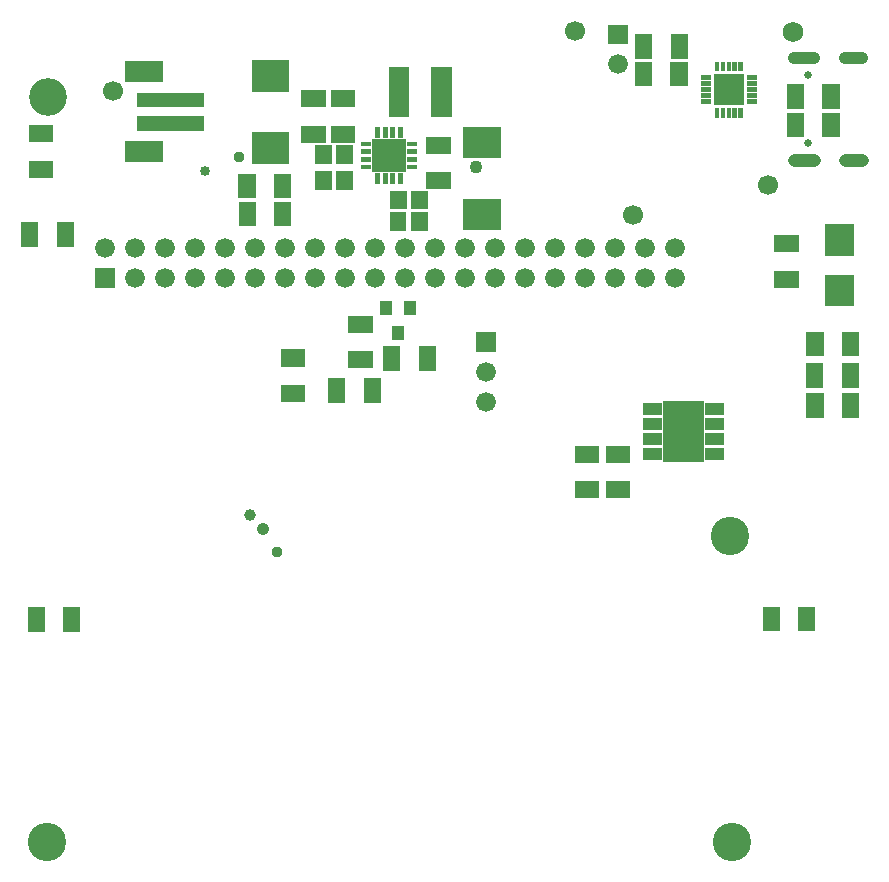
<source format=gbr>
G04 start of page 8 for group -4062 idx -4062 *
G04 Title: (unknown), soldermask *
G04 Creator: pcb 4.2.0 *
G04 CreationDate: Thu Mar 26 23:10:16 2020 UTC *
G04 For: blinken *
G04 Format: Gerber/RS-274X *
G04 PCB-Dimensions (mm): 90.16 90.16 *
G04 PCB-Coordinate-Origin: lower left *
%MOMM*%
%FSLAX43Y43*%
%LNBOTTOMMASK*%
%ADD81C,1.058*%
%ADD80C,1.108*%
%ADD79C,3.200*%
%ADD78C,0.850*%
%ADD77C,0.950*%
%ADD76C,1.000*%
%ADD75C,1.050*%
%ADD74C,1.100*%
%ADD73C,1.750*%
%ADD72C,1.700*%
%ADD71C,3.250*%
%ADD70C,0.650*%
%ADD69C,0.002*%
%ADD68C,1.676*%
G54D68*X26110Y66370D03*
X28650D03*
X31190D03*
X26110Y68910D03*
X28650D03*
X31190D03*
X33730D03*
X36270D03*
X38810D03*
X18490Y66370D03*
Y68910D03*
X21030Y66370D03*
Y68910D03*
G54D69*G36*
X12572Y67208D02*Y65532D01*
X14248D01*
Y67208D01*
X12572D01*
G37*
G54D68*X13410Y68910D03*
X15950Y66370D03*
Y68910D03*
X23570Y66370D03*
Y68910D03*
X41350D03*
X43890Y66370D03*
X46430D03*
X48970D03*
X43890Y68910D03*
X46430D03*
X48970D03*
X51510D03*
X54050D03*
X56590D03*
X51510Y66370D03*
X54050D03*
X56590D03*
X59130D03*
Y68910D03*
X61670D03*
G54D70*X72950Y77790D03*
Y83570D03*
G54D69*G36*
X55980Y87858D02*Y86181D01*
X57656D01*
Y87858D01*
X55980D01*
G37*
G54D68*X56818Y84480D03*
X61670Y66370D03*
X33730D03*
X36270D03*
X38810D03*
X41350D03*
G54D69*G36*
X44826Y61848D02*Y60171D01*
X46502D01*
Y61848D01*
X44826D01*
G37*
G54D68*X45664Y58470D03*
Y55930D03*
G54D71*X66500Y18660D03*
G54D72*X58146Y71766D03*
G54D71*X66340Y44520D03*
G54D72*X69540Y74300D03*
X53169Y87281D03*
G54D73*X71655Y87231D03*
G54D74*X44860Y75783D03*
G54D71*X8500Y18660D03*
G54D75*X26822Y45174D03*
G54D76*X25715Y46332D03*
G54D77*X27970Y43230D03*
X24733Y76649D03*
G54D72*X14100Y82260D03*
G54D78*X21853Y75462D03*
G54D79*X8579Y81703D03*
G54D69*G36*
X43754Y79211D02*Y76557D01*
X46908D01*
Y79211D01*
X43754D01*
G37*
G36*
X40751Y73801D02*X39349D01*
Y72199D01*
X40751D01*
Y73801D01*
G37*
G36*
X40617Y78345D02*Y76893D01*
X42670D01*
Y78345D01*
X40617D01*
G37*
G36*
Y75346D02*Y73893D01*
X42670D01*
Y75346D01*
X40617D01*
G37*
G36*
X42778Y84246D02*X41024D01*
Y79992D01*
X42778D01*
Y84246D01*
G37*
G36*
X35060Y77935D02*Y77535D01*
X35960D01*
Y77935D01*
X35060D01*
G37*
G36*
Y77285D02*Y76885D01*
X35960D01*
Y77285D01*
X35060D01*
G37*
G36*
Y76635D02*Y76235D01*
X35960D01*
Y76635D01*
X35060D01*
G37*
G36*
Y75985D02*Y75585D01*
X35960D01*
Y75985D01*
X35060D01*
G37*
G36*
X38960D02*Y75585D01*
X39860D01*
Y75985D01*
X38960D01*
G37*
G36*
Y76635D02*Y76235D01*
X39860D01*
Y76635D01*
X38960D01*
G37*
G36*
Y77285D02*Y76885D01*
X39860D01*
Y77285D01*
X38960D01*
G37*
G36*
X40741Y72001D02*X39339D01*
Y70399D01*
X40741D01*
Y72001D01*
G37*
G36*
X38941D02*X37539D01*
Y70399D01*
X38941D01*
Y72001D01*
G37*
G36*
X36685Y75260D02*X36285D01*
Y74360D01*
X36685D01*
Y75260D01*
G37*
G36*
X37335D02*X36935D01*
Y74360D01*
X37335D01*
Y75260D01*
G37*
G36*
X37985D02*X37585D01*
Y74360D01*
X37985D01*
Y75260D01*
G37*
G36*
X38635D02*X38235D01*
Y74360D01*
X38635D01*
Y75260D01*
G37*
G36*
X36058Y78162D02*Y75358D01*
X38862D01*
Y78162D01*
X36058D01*
G37*
G36*
X38960Y77935D02*Y77535D01*
X39860D01*
Y77935D01*
X38960D01*
G37*
G36*
X38635Y79160D02*X38235D01*
Y78260D01*
X38635D01*
Y79160D01*
G37*
G36*
X37985D02*X37585D01*
Y78260D01*
X37985D01*
Y79160D01*
G37*
G36*
X37335D02*X36935D01*
Y78260D01*
X37335D01*
Y79160D01*
G37*
G36*
X43754Y73111D02*Y70457D01*
X46908D01*
Y73111D01*
X43754D01*
G37*
G36*
X29200Y72857D02*X27748D01*
Y70805D01*
X29200D01*
Y72857D01*
G37*
G36*
X26200D02*X24748D01*
Y70805D01*
X26200D01*
Y72857D01*
G37*
G36*
X29170Y75233D02*X27717D01*
Y73180D01*
X29170D01*
Y75233D01*
G37*
G36*
X26170D02*X24718D01*
Y73180D01*
X26170D01*
Y75233D01*
G37*
G36*
X36685Y79160D02*X36285D01*
Y78260D01*
X36685D01*
Y79160D01*
G37*
G36*
X37730Y64419D02*X36714D01*
Y63251D01*
X37730D01*
Y64419D01*
G37*
G36*
X39711D02*X38695D01*
Y63251D01*
X39711D01*
Y64419D01*
G37*
G36*
X38720Y62336D02*X37704D01*
Y61168D01*
X38720D01*
Y62336D01*
G37*
G36*
X67442Y80790D02*X67039D01*
Y79958D01*
X67442D01*
Y80790D01*
G37*
G36*
X66942D02*X66539D01*
Y79958D01*
X66942D01*
Y80790D01*
G37*
G36*
X66442D02*X66039D01*
Y79958D01*
X66442D01*
Y80790D01*
G37*
G36*
X65941D02*X65539D01*
Y79958D01*
X65941D01*
Y80790D01*
G37*
G36*
X64939Y82392D02*Y81039D01*
X66292D01*
Y82392D01*
X64939D01*
G37*
G36*
X66189D02*Y81039D01*
X67541D01*
Y82392D01*
X66189D01*
G37*
G36*
X65441Y80790D02*X65038D01*
Y79958D01*
X65441D01*
Y80790D01*
G37*
G36*
X72609Y80398D02*X71157D01*
Y78345D01*
X72609D01*
Y80398D01*
G37*
G54D80*X76100Y76390D02*X77500D01*
G54D69*G36*
X75609Y80398D02*X74157D01*
Y78345D01*
X75609D01*
Y80398D01*
G37*
G36*
X70094Y67026D02*Y65574D01*
X72146D01*
Y67026D01*
X70094D01*
G37*
G36*
Y70026D02*Y68574D01*
X72146D01*
Y70026D01*
X70094D01*
G37*
G54D80*X71750Y76390D02*X73440D01*
G54D69*G36*
X77241Y59176D02*X75789D01*
Y57124D01*
X77241D01*
Y59176D01*
G37*
G36*
X77256Y61812D02*X75804D01*
Y59760D01*
X77256D01*
Y61812D01*
G37*
G36*
X77258Y56625D02*X75806D01*
Y54572D01*
X77258D01*
Y56625D01*
G37*
G36*
X74241Y59176D02*X72789D01*
Y57124D01*
X74241D01*
Y59176D01*
G37*
G36*
X74259Y56625D02*X72806D01*
Y54572D01*
X74259D01*
Y56625D01*
G37*
G36*
X74257Y61812D02*X72804D01*
Y59760D01*
X74257D01*
Y61812D01*
G37*
G36*
X63858Y81541D02*Y81138D01*
X64690D01*
Y81541D01*
X63858D01*
G37*
G36*
Y82041D02*Y81639D01*
X64690D01*
Y82041D01*
X63858D01*
G37*
G36*
Y82542D02*Y82139D01*
X64690D01*
Y82542D01*
X63858D01*
G37*
G36*
Y83042D02*Y82639D01*
X64690D01*
Y83042D01*
X63858D01*
G37*
G36*
Y83542D02*Y83139D01*
X64690D01*
Y83542D01*
X63858D01*
G37*
G36*
X66189Y83641D02*Y82289D01*
X67541D01*
Y83641D01*
X66189D01*
G37*
G36*
X64939D02*Y82289D01*
X66292D01*
Y83641D01*
X64939D01*
G37*
G36*
X65441Y84722D02*X65038D01*
Y83890D01*
X65441D01*
Y84722D01*
G37*
G36*
X65941D02*X65539D01*
Y83890D01*
X65941D01*
Y84722D01*
G37*
G36*
X66442D02*X66039D01*
Y83890D01*
X66442D01*
Y84722D01*
G37*
G36*
X66942D02*X66539D01*
Y83890D01*
X66942D01*
Y84722D01*
G37*
G36*
X67442D02*X67039D01*
Y83890D01*
X67442D01*
Y84722D01*
G37*
G36*
X67790Y83542D02*Y83139D01*
X68622D01*
Y83542D01*
X67790D01*
G37*
G36*
Y82542D02*Y82139D01*
X68622D01*
Y82542D01*
X67790D01*
G37*
G36*
Y82041D02*Y81639D01*
X68622D01*
Y82041D01*
X67790D01*
G37*
G36*
Y81541D02*Y81138D01*
X68622D01*
Y81541D01*
X67790D01*
G37*
G36*
Y83042D02*Y82639D01*
X68622D01*
Y83042D01*
X67790D01*
G37*
G54D81*X71750Y85040D02*X73440D01*
X76100D02*X77500D01*
G54D69*G36*
X75625Y82819D02*X74123D01*
Y80717D01*
X75625D01*
Y82819D01*
G37*
G36*
X72625D02*X71123D01*
Y80717D01*
X72625D01*
Y82819D01*
G37*
G36*
X62759Y87023D02*X61307D01*
Y84971D01*
X62759D01*
Y87023D01*
G37*
G36*
X62743Y84703D02*X61291D01*
Y82651D01*
X62743D01*
Y84703D01*
G37*
G36*
X59760Y87023D02*X58307D01*
Y84971D01*
X59760D01*
Y87023D01*
G37*
G36*
X59743Y84703D02*X58291D01*
Y82651D01*
X59743D01*
Y84703D01*
G37*
G36*
X41427Y60600D02*X39975D01*
Y58548D01*
X41427D01*
Y60600D01*
G37*
G36*
X38427D02*X36975D01*
Y58548D01*
X38427D01*
Y60600D01*
G37*
G36*
X36774Y57901D02*X35321D01*
Y55849D01*
X36774D01*
Y57901D01*
G37*
G36*
X33774D02*X32322D01*
Y55849D01*
X33774D01*
Y57901D01*
G37*
G36*
X28278Y57344D02*Y55892D01*
X30330D01*
Y57344D01*
X28278D01*
G37*
G36*
Y60344D02*Y58891D01*
X30330D01*
Y60344D01*
X28278D01*
G37*
G36*
X64222Y52027D02*Y51023D01*
X65826D01*
Y52027D01*
X64222D01*
G37*
G36*
Y53297D02*Y52293D01*
X65826D01*
Y53297D01*
X64222D01*
G37*
G36*
X55822Y49209D02*Y47757D01*
X57875D01*
Y49209D01*
X55822D01*
G37*
G36*
X53202Y49214D02*Y47761D01*
X55254D01*
Y49214D01*
X53202D01*
G37*
G36*
X55822Y52209D02*Y50757D01*
X57875D01*
Y52209D01*
X55822D01*
G37*
G36*
X53202Y52213D02*Y50761D01*
X55254D01*
Y52213D01*
X53202D01*
G37*
G36*
X64126Y56007D02*X60672D01*
Y50853D01*
X64126D01*
Y56007D01*
G37*
G36*
X58972Y52027D02*Y51023D01*
X60576D01*
Y52027D01*
X58972D01*
G37*
G36*
Y53297D02*Y52293D01*
X60576D01*
Y53297D01*
X58972D01*
G37*
G36*
Y54567D02*Y53563D01*
X60576D01*
Y54567D01*
X58972D01*
G37*
G36*
Y55837D02*Y54833D01*
X60576D01*
Y55837D01*
X58972D01*
G37*
G36*
X64222Y54567D02*Y53563D01*
X65826D01*
Y54567D01*
X64222D01*
G37*
G36*
Y55837D02*Y54833D01*
X65826D01*
Y55837D01*
X64222D01*
G37*
G36*
X76835Y66635D02*X74385D01*
Y63985D01*
X76835D01*
Y66635D01*
G37*
G36*
Y70935D02*X74385D01*
Y68285D01*
X76835D01*
Y70935D01*
G37*
G36*
X70569Y38556D02*X69116D01*
Y36504D01*
X70569D01*
Y38556D01*
G37*
G36*
X73569D02*X72116D01*
Y36504D01*
X73569D01*
Y38556D01*
G37*
G36*
X25871Y84819D02*Y82165D01*
X29025D01*
Y84819D01*
X25871D01*
G37*
G36*
Y78719D02*Y76065D01*
X29025D01*
Y78719D01*
X25871D01*
G37*
G36*
X39178Y84246D02*X37424D01*
Y79992D01*
X39178D01*
Y84246D01*
G37*
G36*
X34419Y77665D02*X32967D01*
Y76013D01*
X34419D01*
Y77665D01*
G37*
G36*
X34423Y75481D02*X32971D01*
Y73828D01*
X34423D01*
Y75481D01*
G37*
G36*
X32554Y82285D02*Y80832D01*
X34606D01*
Y82285D01*
X32554D01*
G37*
G36*
Y79285D02*Y77832D01*
X34606D01*
Y79285D01*
X32554D01*
G37*
G36*
X32620Y77665D02*X31167D01*
Y76013D01*
X32620D01*
Y77665D01*
G37*
G36*
X32623Y75481D02*X31171D01*
Y73828D01*
X32623D01*
Y75481D01*
G37*
G36*
X30040Y82292D02*Y80840D01*
X32092D01*
Y82292D01*
X30040D01*
G37*
G36*
Y79292D02*Y77840D01*
X32092D01*
Y79292D01*
X30040D01*
G37*
G36*
X38951Y73801D02*X37549D01*
Y72199D01*
X38951D01*
Y73801D01*
G37*
G36*
X6987Y79338D02*Y77886D01*
X9040D01*
Y79338D01*
X6987D01*
G37*
G36*
Y76338D02*Y74886D01*
X9040D01*
Y76338D01*
X6987D01*
G37*
G36*
X15085Y77987D02*Y76179D01*
X18293D01*
Y77987D01*
X15085D01*
G37*
G36*
X16085Y82087D02*Y80879D01*
X21793D01*
Y82087D01*
X16085D01*
G37*
G36*
Y80087D02*Y78879D01*
X21793D01*
Y80087D01*
X16085D01*
G37*
G36*
X15085Y84787D02*Y82979D01*
X18293D01*
Y84787D01*
X15085D01*
G37*
G36*
X11319Y38507D02*X9867D01*
Y36454D01*
X11319D01*
Y38507D01*
G37*
G36*
X8320D02*X6867D01*
Y36454D01*
X8320D01*
Y38507D01*
G37*
G36*
X10773Y71103D02*X9321D01*
Y69051D01*
X10773D01*
Y71103D01*
G37*
G36*
X7773D02*X6321D01*
Y69051D01*
X7773D01*
Y71103D01*
G37*
G36*
X34019Y63218D02*Y61766D01*
X36071D01*
Y63218D01*
X34019D01*
G37*
G36*
Y60219D02*Y58766D01*
X36071D01*
Y60219D01*
X34019D01*
G37*
M02*

</source>
